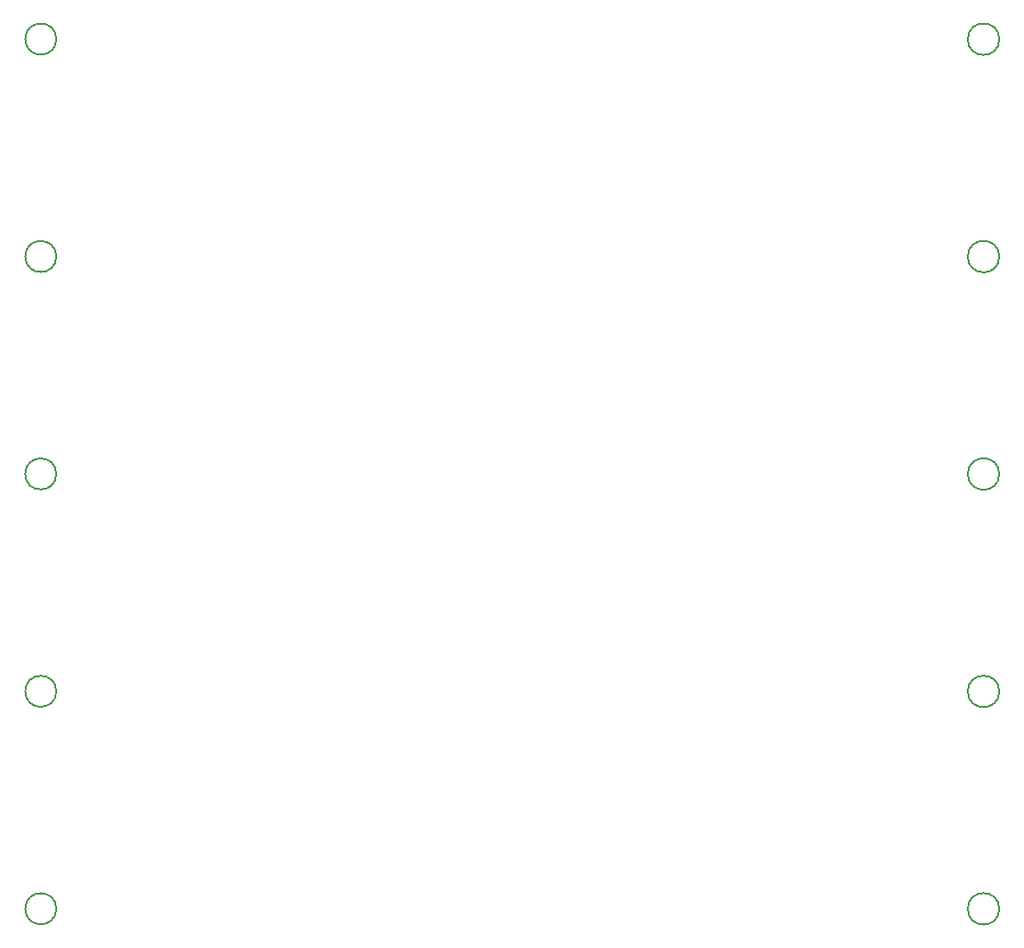
<source format=gbr>
G04 #@! TF.GenerationSoftware,KiCad,Pcbnew,(6.0.5)*
G04 #@! TF.CreationDate,2023-07-06T13:06:01+08:00*
G04 #@! TF.ProjectId,panel,70616e65-6c2e-46b6-9963-61645f706362,rev?*
G04 #@! TF.SameCoordinates,Original*
G04 #@! TF.FileFunction,Other,Comment*
%FSLAX46Y46*%
G04 Gerber Fmt 4.6, Leading zero omitted, Abs format (unit mm)*
G04 Created by KiCad (PCBNEW (6.0.5)) date 2023-07-06 13:06:01*
%MOMM*%
%LPD*%
G01*
G04 APERTURE LIST*
%ADD10C,0.150000*%
G04 APERTURE END LIST*
D10*
X109090109Y-30039998D02*
G75*
G03*
X109090109Y-30039998I-1430140J0D01*
G01*
X195789969Y-90049995D02*
G75*
G03*
X195789969Y-90049995I-1450000J0D01*
G01*
X109090109Y-90039995D02*
G75*
G03*
X109090109Y-90039995I-1430140J0D01*
G01*
X109090109Y-70039996D02*
G75*
G03*
X109090109Y-70039996I-1430140J0D01*
G01*
X195789969Y-30049998D02*
G75*
G03*
X195789969Y-30049998I-1450000J0D01*
G01*
X109090109Y-110039994D02*
G75*
G03*
X109090109Y-110039994I-1430140J0D01*
G01*
X195789969Y-50049997D02*
G75*
G03*
X195789969Y-50049997I-1450000J0D01*
G01*
X195789969Y-70049996D02*
G75*
G03*
X195789969Y-70049996I-1450000J0D01*
G01*
X109090109Y-50039997D02*
G75*
G03*
X109090109Y-50039997I-1430140J0D01*
G01*
X195789969Y-110049994D02*
G75*
G03*
X195789969Y-110049994I-1450000J0D01*
G01*
M02*

</source>
